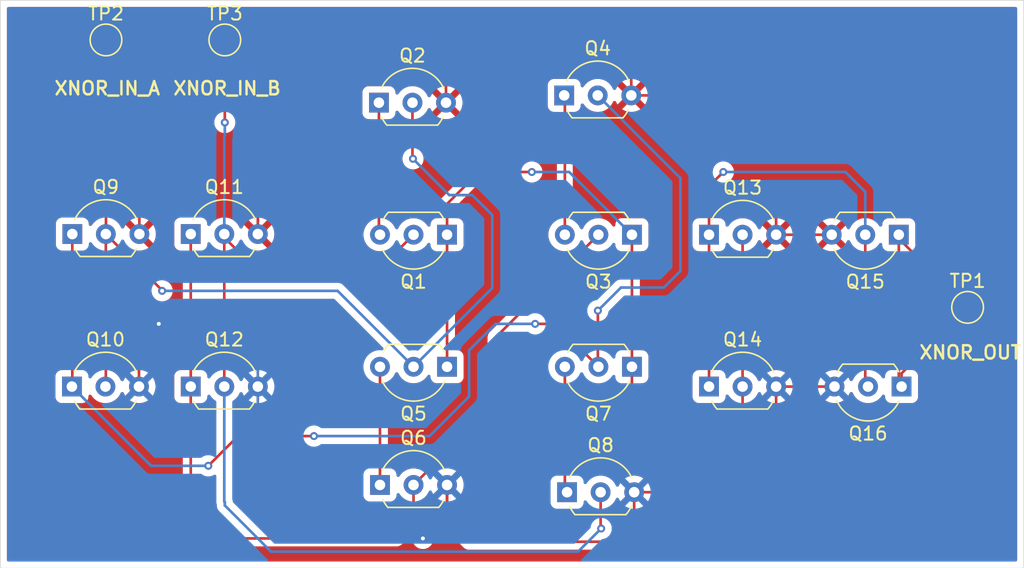
<source format=kicad_pcb>
(kicad_pcb (version 20241229) (generator "pcbnew") (generator_version "9.0")
  (layers (0 "F.Cu" signal) (2 "B.Cu" signal) (13 "F.Paste" user) (15 "B.Paste" user) (5 "F.SilkS" user "F.Silkscreen") (7 "B.SilkS" user "B.Silkscreen") (1 "F.Mask" user) (3 "B.Mask" user) (25 "Edge.Cuts" user))
  (net 0 "")
  (net 1 "Net-(Q1-S)")
  (net 2 "Net-(Q1-D)")
  (net 3 "/XNOR_IN_B")
  (net 4 "VCC")
  (net 5 "/XNOR_IN_A")
  (net 6 "Net-(Q11-D)")
  (net 7 "Net-(Q3-S)")
  (net 8 "Net-(Q10-D)")
  (net 9 "Net-(Q5-S)")
  (net 10 "GND")
  (net 11 "Net-(Q7-S)")
  (net 12 "Net-(Q13-D)")
  (net 13 "/XNOR_OUT")
  (footprint "TestPoint:TestPoint_Pad_D2.0mm" (layer "F.Cu") (at 107 43.25)
    (property "Reference" "TP3" (at 0 -1.998 0) (layer "F.SilkS"))
    (property "Value" "XNOR_IN_B")
    (fp_circle (center 0 0) (end 0 1.2) (stroke (width 0.12)) (fill no) (layer "F.SilkS"))
    (pad "1" smd circle (at 0 0) (size 2 2) (layers "F.Cu" "F.Mask") (net 3 "/XNOR_IN_B"))
  )
  (footprint "Package_TO_SOT_THT:TO-92L_Inline_Wide" (layer "F.Cu") (at 104.42 57.95)
    (property "Reference" "Q11" (at 2.54 -3.56 0) (layer "F.SilkS"))
    (property "Value" "PMOS")
    (fp_line (start 0.6 1.7) (end 4.45 1.7) (stroke (width 0.12)) (layer "F.SilkS"))
    (fp_arc (start 0.1836 -1.098807) (mid 1.143021 -2.192817) (end 2.54 -2.6) (stroke (width 0.12)) (layer "F.SilkS"))
    (fp_arc (start 0.6 1.7) (mid 0.389183 1.423933) (end 0.217369 1.122045) (stroke (width 0.12)) (layer "F.SilkS"))
    (fp_arc (start 2.54 -2.6) (mid 3.936979 -2.192818) (end 4.8964 -1.098807) (stroke (width 0.12)) (layer "F.SilkS"))
    (fp_arc (start 4.842383 1.112264) (mid 4.666594 1.419753) (end 4.45 1.7) (stroke (width 0.12)) (layer "F.SilkS"))
    (pad "1" thru_hole rect (at 0 0) (size 1.5 1.5) (drill 0.8) (layers "*.Cu" "*.Mask") (net 6 "Net-(Q11-D)"))
    (pad "2" thru_hole circle (at 2.54 0) (size 1.5 1.5) (drill 0.8) (layers "*.Cu" "*.Mask") (net 3 "/XNOR_IN_B"))
    (pad "3" thru_hole circle (at 5.08 0) (size 1.5 1.5) (drill 0.8) (layers "*.Cu" "*.Mask") (net 4 "VCC"))
  )
  (footprint "Package_TO_SOT_THT:TO-92L_Inline_Wide" (layer "F.Cu") (at 143.67 58)
    (property "Reference" "Q13" (at 2.54 -3.56 0) (layer "F.SilkS"))
    (property "Value" "PMOS")
    (fp_line (start 0.6 1.7) (end 4.45 1.7) (stroke (width 0.12)) (layer "F.SilkS"))
    (fp_arc (start 0.1836 -1.098807) (mid 1.143021 -2.192817) (end 2.54 -2.6) (stroke (width 0.12)) (layer "F.SilkS"))
    (fp_arc (start 0.6 1.7) (mid 0.389183 1.423933) (end 0.217369 1.122045) (stroke (width 0.12)) (layer "F.SilkS"))
    (fp_arc (start 2.54 -2.6) (mid 3.936979 -2.192818) (end 4.8964 -1.098807) (stroke (width 0.12)) (layer "F.SilkS"))
    (fp_arc (start 4.842383 1.112264) (mid 4.666594 1.419753) (end 4.45 1.7) (stroke (width 0.12)) (layer "F.SilkS"))
    (pad "1" thru_hole rect (at 0 0) (size 1.5 1.5) (drill 0.8) (layers "*.Cu" "*.Mask") (net 12 "Net-(Q13-D)"))
    (pad "2" thru_hole circle (at 2.54 0) (size 1.5 1.5) (drill 0.8) (layers "*.Cu" "*.Mask") (net 2 "Net-(Q1-D)"))
    (pad "3" thru_hole circle (at 5.08 0) (size 1.5 1.5) (drill 0.8) (layers "*.Cu" "*.Mask") (net 4 "VCC"))
  )
  (footprint "Package_TO_SOT_THT:TO-92L_Inline_Wide" (layer "F.Cu") (at 132.92 77.5)
    (property "Reference" "Q8" (at 2.54 -3.56 0) (layer "F.SilkS"))
    (property "Value" "NMOS")
    (fp_line (start 0.6 1.7) (end 4.45 1.7) (stroke (width 0.12)) (layer "F.SilkS"))
    (fp_arc (start 0.1836 -1.098807) (mid 1.143021 -2.192817) (end 2.54 -2.6) (stroke (width 0.12)) (layer "F.SilkS"))
    (fp_arc (start 0.6 1.7) (mid 0.389183 1.423933) (end 0.217369 1.122045) (stroke (width 0.12)) (layer "F.SilkS"))
    (fp_arc (start 2.54 -2.6) (mid 3.936979 -2.192818) (end 4.8964 -1.098807) (stroke (width 0.12)) (layer "F.SilkS"))
    (fp_arc (start 4.842383 1.112264) (mid 4.666594 1.419753) (end 4.45 1.7) (stroke (width 0.12)) (layer "F.SilkS"))
    (pad "1" thru_hole rect (at 0 0) (size 1.5 1.5) (drill 0.8) (layers "*.Cu" "*.Mask") (net 11 "Net-(Q7-S)"))
    (pad "2" thru_hole circle (at 2.54 0) (size 1.5 1.5) (drill 0.8) (layers "*.Cu" "*.Mask") (net 3 "/XNOR_IN_B"))
    (pad "3" thru_hole circle (at 5.08 0) (size 1.5 1.5) (drill 0.8) (layers "*.Cu" "*.Mask") (net 10 "GND"))
  )
  (footprint "Package_TO_SOT_THT:TO-92L_Inline_Wide" (layer "F.Cu") (at 95.42 69.5)
    (property "Reference" "Q10" (at 2.54 -3.56 0) (layer "F.SilkS"))
    (property "Value" "NMOS")
    (fp_line (start 0.6 1.7) (end 4.45 1.7) (stroke (width 0.12)) (layer "F.SilkS"))
    (fp_arc (start 0.1836 -1.098807) (mid 1.143021 -2.192817) (end 2.54 -2.6) (stroke (width 0.12)) (layer "F.SilkS"))
    (fp_arc (start 0.6 1.7) (mid 0.389183 1.423933) (end 0.217369 1.122045) (stroke (width 0.12)) (layer "F.SilkS"))
    (fp_arc (start 2.54 -2.6) (mid 3.936979 -2.192818) (end 4.8964 -1.098807) (stroke (width 0.12)) (layer "F.SilkS"))
    (fp_arc (start 4.842383 1.112264) (mid 4.666594 1.419753) (end 4.45 1.7) (stroke (width 0.12)) (layer "F.SilkS"))
    (pad "1" thru_hole rect (at 0 0) (size 1.5 1.5) (drill 0.8) (layers "*.Cu" "*.Mask") (net 8 "Net-(Q10-D)"))
    (pad "2" thru_hole circle (at 2.54 0) (size 1.5 1.5) (drill 0.8) (layers "*.Cu" "*.Mask") (net 5 "/XNOR_IN_A"))
    (pad "3" thru_hole circle (at 5.08 0) (size 1.5 1.5) (drill 0.8) (layers "*.Cu" "*.Mask") (net 10 "GND"))
  )
  (footprint "TestPoint:TestPoint_Pad_D2.0mm" (layer "F.Cu") (at 98 43.25)
    (property "Reference" "TP2" (at 0 -1.998 0) (layer "F.SilkS"))
    (property "Value" "XNOR_IN_A")
    (fp_circle (center 0 0) (end 0 1.2) (stroke (width 0.12)) (fill no) (layer "F.SilkS"))
    (pad "1" smd circle (at 0 0) (size 2 2) (layers "F.Cu" "F.Mask") (net 5 "/XNOR_IN_A"))
  )
  (footprint "Package_TO_SOT_THT:TO-92L_Inline_Wide" (layer "F.Cu") (at 132.7 47.45)
    (property "Reference" "Q4" (at 2.54 -3.56 0) (layer "F.SilkS"))
    (property "Value" "PMOS")
    (fp_line (start 0.6 1.7) (end 4.45 1.7) (stroke (width 0.12)) (layer "F.SilkS"))
    (fp_arc (start 0.1836 -1.098807) (mid 1.143021 -2.192817) (end 2.54 -2.6) (stroke (width 0.12)) (layer "F.SilkS"))
    (fp_arc (start 0.6 1.7) (mid 0.389183 1.423933) (end 0.217369 1.122045) (stroke (width 0.12)) (layer "F.SilkS"))
    (fp_arc (start 2.54 -2.6) (mid 3.936979 -2.192818) (end 4.8964 -1.098807) (stroke (width 0.12)) (layer "F.SilkS"))
    (fp_arc (start 4.842383 1.112264) (mid 4.666594 1.419753) (end 4.45 1.7) (stroke (width 0.12)) (layer "F.SilkS"))
    (pad "1" thru_hole rect (at 0 0) (size 1.5 1.5) (drill 0.8) (layers "*.Cu" "*.Mask") (net 7 "Net-(Q3-S)"))
    (pad "2" thru_hole circle (at 2.54 0) (size 1.5 1.5) (drill 0.8) (layers "*.Cu" "*.Mask") (net 8 "Net-(Q10-D)"))
    (pad "3" thru_hole circle (at 5.08 0) (size 1.5 1.5) (drill 0.8) (layers "*.Cu" "*.Mask") (net 4 "VCC"))
  )
  (footprint "Package_TO_SOT_THT:TO-92L_Inline_Wide" (layer "F.Cu") (at 158.25 69.5 180)
    (property "Reference" "Q16" (at 2.54 -3.56 0) (layer "F.SilkS"))
    (property "Value" "NMOS")
    (fp_line (start 0.6 1.7) (end 4.45 1.7) (stroke (width 0.12)) (layer "F.SilkS"))
    (fp_arc (start 4.842383 1.112264) (mid 4.666594 1.419753) (end 4.45 1.7) (stroke (width 0.12)) (layer "F.SilkS"))
    (fp_arc (start 2.54 -2.6) (mid 3.936979 -2.192818) (end 4.8964 -1.098807) (stroke (width 0.12)) (layer "F.SilkS"))
    (fp_arc (start 0.6 1.7) (mid 0.389183 1.423933) (end 0.217369 1.122045) (stroke (width 0.12)) (layer "F.SilkS"))
    (fp_arc (start 0.1836 -1.098807) (mid 1.143021 -2.192817) (end 2.54 -2.6) (stroke (width 0.12)) (layer "F.SilkS"))
    (pad "1" thru_hole rect (at 0 0 180) (size 1.5 1.5) (drill 0.8) (layers "*.Cu" "*.Mask") (net 13 "/XNOR_OUT"))
    (pad "2" thru_hole circle (at 2.54 0 180) (size 1.5 1.5) (drill 0.8) (layers "*.Cu" "*.Mask") (net 12 "Net-(Q13-D)"))
    (pad "3" thru_hole circle (at 5.08 0 180) (size 1.5 1.5) (drill 0.8) (layers "*.Cu" "*.Mask") (net 10 "GND"))
  )
  (footprint "Package_TO_SOT_THT:TO-92L_Inline_Wide" (layer "F.Cu") (at 137.83 58 180)
    (property "Reference" "Q3" (at 2.54 -3.56 0) (layer "F.SilkS"))
    (property "Value" "PMOS")
    (fp_line (start 0.6 1.7) (end 4.45 1.7) (stroke (width 0.12)) (layer "F.SilkS"))
    (fp_arc (start 4.842383 1.112264) (mid 4.666594 1.419753) (end 4.45 1.7) (stroke (width 0.12)) (layer "F.SilkS"))
    (fp_arc (start 2.54 -2.6) (mid 3.936979 -2.192818) (end 4.8964 -1.098807) (stroke (width 0.12)) (layer "F.SilkS"))
    (fp_arc (start 0.6 1.7) (mid 0.389183 1.423933) (end 0.217369 1.122045) (stroke (width 0.12)) (layer "F.SilkS"))
    (fp_arc (start 0.1836 -1.098807) (mid 1.143021 -2.192817) (end 2.54 -2.6) (stroke (width 0.12)) (layer "F.SilkS"))
    (pad "1" thru_hole rect (at 0 0 180) (size 1.5 1.5) (drill 0.8) (layers "*.Cu" "*.Mask") (net 2 "Net-(Q1-D)"))
    (pad "2" thru_hole circle (at 2.54 0 180) (size 1.5 1.5) (drill 0.8) (layers "*.Cu" "*.Mask") (net 6 "Net-(Q11-D)"))
    (pad "3" thru_hole circle (at 5.08 0 180) (size 1.5 1.5) (drill 0.8) (layers "*.Cu" "*.Mask") (net 7 "Net-(Q3-S)"))
  )
  (footprint "Package_TO_SOT_THT:TO-92L_Inline_Wide" (layer "F.Cu") (at 143.67 69.5)
    (property "Reference" "Q14" (at 2.54 -3.56 0) (layer "F.SilkS"))
    (property "Value" "NMOS")
    (fp_line (start 0.6 1.7) (end 4.45 1.7) (stroke (width 0.12)) (layer "F.SilkS"))
    (fp_arc (start 0.1836 -1.098807) (mid 1.143021 -2.192817) (end 2.54 -2.6) (stroke (width 0.12)) (layer "F.SilkS"))
    (fp_arc (start 0.6 1.7) (mid 0.389183 1.423933) (end 0.217369 1.122045) (stroke (width 0.12)) (layer "F.SilkS"))
    (fp_arc (start 2.54 -2.6) (mid 3.936979 -2.192818) (end 4.8964 -1.098807) (stroke (width 0.12)) (layer "F.SilkS"))
    (fp_arc (start 4.842383 1.112264) (mid 4.666594 1.419753) (end 4.45 1.7) (stroke (width 0.12)) (layer "F.SilkS"))
    (pad "1" thru_hole rect (at 0 0) (size 1.5 1.5) (drill 0.8) (layers "*.Cu" "*.Mask") (net 12 "Net-(Q13-D)"))
    (pad "2" thru_hole circle (at 2.54 0) (size 1.5 1.5) (drill 0.8) (layers "*.Cu" "*.Mask") (net 2 "Net-(Q1-D)"))
    (pad "3" thru_hole circle (at 5.08 0) (size 1.5 1.5) (drill 0.8) (layers "*.Cu" "*.Mask") (net 10 "GND"))
  )
  (footprint "TestPoint:TestPoint_Pad_D2.0mm" (layer "F.Cu") (at 163.25 63.5)
    (property "Reference" "TP1" (at 0 -1.998 0) (layer "F.SilkS"))
    (property "Value" "XNOR_OUT")
    (fp_circle (center 0 0) (end 0 1.2) (stroke (width 0.12)) (fill no) (layer "F.SilkS"))
    (pad "1" smd circle (at 0 0) (size 2 2) (layers "F.Cu" "F.Mask") (net 13 "/XNOR_OUT"))
  )
  (footprint "Package_TO_SOT_THT:TO-92L_Inline_Wide" (layer "F.Cu") (at 137.83 68 180)
    (property "Reference" "Q7" (at 2.54 -3.56 0) (layer "F.SilkS"))
    (property "Value" "NMOS")
    (fp_line (start 0.6 1.7) (end 4.45 1.7) (stroke (width 0.12)) (layer "F.SilkS"))
    (fp_arc (start 4.842383 1.112264) (mid 4.666594 1.419753) (end 4.45 1.7) (stroke (width 0.12)) (layer "F.SilkS"))
    (fp_arc (start 2.54 -2.6) (mid 3.936979 -2.192818) (end 4.8964 -1.098807) (stroke (width 0.12)) (layer "F.SilkS"))
    (fp_arc (start 0.6 1.7) (mid 0.389183 1.423933) (end 0.217369 1.122045) (stroke (width 0.12)) (layer "F.SilkS"))
    (fp_arc (start 0.1836 -1.098807) (mid 1.143021 -2.192817) (end 2.54 -2.6) (stroke (width 0.12)) (layer "F.SilkS"))
    (pad "1" thru_hole rect (at 0 0 180) (size 1.5 1.5) (drill 0.8) (layers "*.Cu" "*.Mask") (net 2 "Net-(Q1-D)"))
    (pad "2" thru_hole circle (at 2.54 0 180) (size 1.5 1.5) (drill 0.8) (layers "*.Cu" "*.Mask") (net 8 "Net-(Q10-D)"))
    (pad "3" thru_hole circle (at 5.08 0 180) (size 1.5 1.5) (drill 0.8) (layers "*.Cu" "*.Mask") (net 11 "Net-(Q7-S)"))
  )
  (footprint "Package_TO_SOT_THT:TO-92L_Inline_Wide" (layer "F.Cu") (at 123.83 58 180)
    (property "Reference" "Q1" (at 2.54 -3.56 0) (layer "F.SilkS"))
    (property "Value" "PMOS")
    (fp_line (start 0.6 1.7) (end 4.45 1.7) (stroke (width 0.12)) (layer "F.SilkS"))
    (fp_arc (start 4.842383 1.112264) (mid 4.666594 1.419753) (end 4.45 1.7) (stroke (width 0.12)) (layer "F.SilkS"))
    (fp_arc (start 2.54 -2.6) (mid 3.936979 -2.192818) (end 4.8964 -1.098807) (stroke (width 0.12)) (layer "F.SilkS"))
    (fp_arc (start 0.6 1.7) (mid 0.389183 1.423933) (end 0.217369 1.122045) (stroke (width 0.12)) (layer "F.SilkS"))
    (fp_arc (start 0.1836 -1.098807) (mid 1.143021 -2.192817) (end 2.54 -2.6) (stroke (width 0.12)) (layer "F.SilkS"))
    (pad "1" thru_hole rect (at 0 0 180) (size 1.5 1.5) (drill 0.8) (layers "*.Cu" "*.Mask") (net 2 "Net-(Q1-D)"))
    (pad "2" thru_hole circle (at 2.54 0 180) (size 1.5 1.5) (drill 0.8) (layers "*.Cu" "*.Mask") (net 3 "/XNOR_IN_B"))
    (pad "3" thru_hole circle (at 5.08 0 180) (size 1.5 1.5) (drill 0.8) (layers "*.Cu" "*.Mask") (net 1 "Net-(Q1-S)"))
  )
  (footprint "Package_TO_SOT_THT:TO-92L_Inline_Wide" (layer "F.Cu") (at 118.75 76.95)
    (property "Reference" "Q6" (at 2.54 -3.56 0) (layer "F.SilkS"))
    (property "Value" "NMOS")
    (fp_line (start 0.6 1.7) (end 4.45 1.7) (stroke (width 0.12)) (layer "F.SilkS"))
    (fp_arc (start 0.1836 -1.098807) (mid 1.143021 -2.192817) (end 2.54 -2.6) (stroke (width 0.12)) (layer "F.SilkS"))
    (fp_arc (start 0.6 1.7) (mid 0.389183 1.423933) (end 0.217369 1.122045) (stroke (width 0.12)) (layer "F.SilkS"))
    (fp_arc (start 2.54 -2.6) (mid 3.936979 -2.192818) (end 4.8964 -1.098807) (stroke (width 0.12)) (layer "F.SilkS"))
    (fp_arc (start 4.842383 1.112264) (mid 4.666594 1.419753) (end 4.45 1.7) (stroke (width 0.12)) (layer "F.SilkS"))
    (pad "1" thru_hole rect (at 0 0) (size 1.5 1.5) (drill 0.8) (layers "*.Cu" "*.Mask") (net 9 "Net-(Q5-S)"))
    (pad "2" thru_hole circle (at 2.54 0) (size 1.5 1.5) (drill 0.8) (layers "*.Cu" "*.Mask") (net 6 "Net-(Q11-D)"))
    (pad "3" thru_hole circle (at 5.08 0) (size 1.5 1.5) (drill 0.8) (layers "*.Cu" "*.Mask") (net 10 "GND"))
  )
  (footprint "Package_TO_SOT_THT:TO-92L_Inline_Wide" (layer "F.Cu") (at 104.42 69.5)
    (property "Reference" "Q12" (at 2.54 -3.56 0) (layer "F.SilkS"))
    (property "Value" "NMOS")
    (fp_line (start 0.6 1.7) (end 4.45 1.7) (stroke (width 0.12)) (layer "F.SilkS"))
    (fp_arc (start 0.1836 -1.098807) (mid 1.143021 -2.192817) (end 2.54 -2.6) (stroke (width 0.12)) (layer "F.SilkS"))
    (fp_arc (start 0.6 1.7) (mid 0.389183 1.423933) (end 0.217369 1.122045) (stroke (width 0.12)) (layer "F.SilkS"))
    (fp_arc (start 2.54 -2.6) (mid 3.936979 -2.192818) (end 4.8964 -1.098807) (stroke (width 0.12)) (layer "F.SilkS"))
    (fp_arc (start 4.842383 1.112264) (mid 4.666594 1.419753) (end 4.45 1.7) (stroke (width 0.12)) (layer "F.SilkS"))
    (pad "1" thru_hole rect (at 0 0) (size 1.5 1.5) (drill 0.8) (layers "*.Cu" "*.Mask") (net 6 "Net-(Q11-D)"))
    (pad "2" thru_hole circle (at 2.54 0) (size 1.5 1.5) (drill 0.8) (layers "*.Cu" "*.Mask") (net 3 "/XNOR_IN_B"))
    (pad "3" thru_hole circle (at 5.08 0) (size 1.5 1.5) (drill 0.8) (layers "*.Cu" "*.Mask") (net 10 "GND"))
  )
  (footprint "Package_TO_SOT_THT:TO-92L_Inline_Wide" (layer "F.Cu") (at 95.45 57.95)
    (property "Reference" "Q9" (at 2.54 -3.56 0) (layer "F.SilkS"))
    (property "Value" "PMOS")
    (fp_line (start 0.6 1.7) (end 4.45 1.7) (stroke (width 0.12)) (layer "F.SilkS"))
    (fp_arc (start 0.1836 -1.098807) (mid 1.143021 -2.192817) (end 2.54 -2.6) (stroke (width 0.12)) (layer "F.SilkS"))
    (fp_arc (start 0.6 1.7) (mid 0.389183 1.423933) (end 0.217369 1.122045) (stroke (width 0.12)) (layer "F.SilkS"))
    (fp_arc (start 2.54 -2.6) (mid 3.936979 -2.192818) (end 4.8964 -1.098807) (stroke (width 0.12)) (layer "F.SilkS"))
    (fp_arc (start 4.842383 1.112264) (mid 4.666594 1.419753) (end 4.45 1.7) (stroke (width 0.12)) (layer "F.SilkS"))
    (pad "1" thru_hole rect (at 0 0) (size 1.5 1.5) (drill 0.8) (layers "*.Cu" "*.Mask") (net 8 "Net-(Q10-D)"))
    (pad "2" thru_hole circle (at 2.54 0) (size 1.5 1.5) (drill 0.8) (layers "*.Cu" "*.Mask") (net 5 "/XNOR_IN_A"))
    (pad "3" thru_hole circle (at 5.08 0) (size 1.5 1.5) (drill 0.8) (layers "*.Cu" "*.Mask") (net 4 "VCC"))
  )
  (footprint "Package_TO_SOT_THT:TO-92L_Inline_Wide" (layer "F.Cu") (at 158.04 58 180)
    (property "Reference" "Q15" (at 2.54 -3.56 0) (layer "F.SilkS"))
    (property "Value" "PMOS")
    (fp_line (start 0.6 1.7) (end 4.45 1.7) (stroke (width 0.12)) (layer "F.SilkS"))
    (fp_arc (start 4.842383 1.112264) (mid 4.666594 1.419753) (end 4.45 1.7) (stroke (width 0.12)) (layer "F.SilkS"))
    (fp_arc (start 2.54 -2.6) (mid 3.936979 -2.192818) (end 4.8964 -1.098807) (stroke (width 0.12)) (layer "F.SilkS"))
    (fp_arc (start 0.6 1.7) (mid 0.389183 1.423933) (end 0.217369 1.122045) (stroke (width 0.12)) (layer "F.SilkS"))
    (fp_arc (start 0.1836 -1.098807) (mid 1.143021 -2.192817) (end 2.54 -2.6) (stroke (width 0.12)) (layer "F.SilkS"))
    (pad "1" thru_hole rect (at 0 0 180) (size 1.5 1.5) (drill 0.8) (layers "*.Cu" "*.Mask") (net 13 "/XNOR_OUT"))
    (pad "2" thru_hole circle (at 2.54 0 180) (size 1.5 1.5) (drill 0.8) (layers "*.Cu" "*.Mask") (net 12 "Net-(Q13-D)"))
    (pad "3" thru_hole circle (at 5.08 0 180) (size 1.5 1.5) (drill 0.8) (layers "*.Cu" "*.Mask") (net 4 "VCC"))
  )
  (footprint "Package_TO_SOT_THT:TO-92L_Inline_Wide" (layer "F.Cu") (at 123.83 68 180)
    (property "Reference" "Q5" (at 2.54 -3.56 0) (layer "F.SilkS"))
    (property "Value" "NMOS")
    (fp_line (start 0.6 1.7) (end 4.45 1.7) (stroke (width 0.12)) (layer "F.SilkS"))
    (fp_arc (start 4.842383 1.112264) (mid 4.666594 1.419753) (end 4.45 1.7) (stroke (width 0.12)) (layer "F.SilkS"))
    (fp_arc (start 2.54 -2.6) (mid 3.936979 -2.192818) (end 4.8964 -1.098807) (stroke (width 0.12)) (layer "F.SilkS"))
    (fp_arc (start 0.6 1.7) (mid 0.389183 1.423933) (end 0.217369 1.122045) (stroke (width 0.12)) (layer "F.SilkS"))
    (fp_arc (start 0.1836 -1.098807) (mid 1.143021 -2.192817) (end 2.54 -2.6) (stroke (width 0.12)) (layer "F.SilkS"))
    (pad "1" thru_hole rect (at 0 0 180) (size 1.5 1.5) (drill 0.8) (layers "*.Cu" "*.Mask") (net 2 "Net-(Q1-D)"))
    (pad "2" thru_hole circle (at 2.54 0 180) (size 1.5 1.5) (drill 0.8) (layers "*.Cu" "*.Mask") (net 5 "/XNOR_IN_A"))
    (pad "3" thru_hole circle (at 5.08 0 180) (size 1.5 1.5) (drill 0.8) (layers "*.Cu" "*.Mask") (net 9 "Net-(Q5-S)"))
  )
  (footprint "Package_TO_SOT_THT:TO-92L_Inline_Wide" (layer "F.Cu") (at 118.67 48)
    (property "Reference" "Q2" (at 2.54 -3.56 0) (layer "F.SilkS"))
    (property "Value" "PMOS")
    (fp_line (start 0.6 1.7) (end 4.45 1.7) (stroke (width 0.12)) (layer "F.SilkS"))
    (fp_arc (start 0.1836 -1.098807) (mid 1.143021 -2.192817) (end 2.54 -2.6) (stroke (width 0.12)) (layer "F.SilkS"))
    (fp_arc (start 0.6 1.7) (mid 0.389183 1.423933) (end 0.217369 1.122045) (stroke (width 0.12)) (layer "F.SilkS"))
    (fp_arc (start 2.54 -2.6) (mid 3.936979 -2.192818) (end 4.8964 -1.098807) (stroke (width 0.12)) (layer "F.SilkS"))
    (fp_arc (start 4.842383 1.112264) (mid 4.666594 1.419753) (end 4.45 1.7) (stroke (width 0.12)) (layer "F.SilkS"))
    (pad "1" thru_hole rect (at 0 0) (size 1.5 1.5) (drill 0.8) (layers "*.Cu" "*.Mask") (net 1 "Net-(Q1-S)"))
    (pad "2" thru_hole circle (at 2.54 0) (size 1.5 1.5) (drill 0.8) (layers "*.Cu" "*.Mask") (net 5 "/XNOR_IN_A"))
    (pad "3" thru_hole circle (at 5.08 0) (size 1.5 1.5) (drill 0.8) (layers "*.Cu" "*.Mask") (net 4 "VCC"))
  )
  (gr_rect (start 90 40.25) (end 167.5 83.25) (stroke (width 0.05)) (fill no) (layer "Edge.Cuts"))
  (gr_text "XNOR_IN_B" (at 103 47.5 0) (layer "F.SilkS") (effects (font (size 1 1) (thickness 0.1875)) (justify left bottom)))
  (gr_text "XNOR_OUT" (at 159.5 67.5 0) (layer "F.SilkS") (effects (font (size 1 1) (thickness 0.1875)) (justify left bottom)))
  (gr_text "XNOR_IN_A" (at 94 47.5 0) (layer "F.SilkS") (effects (font (size 1 1) (thickness 0.1875)) (justify left bottom)))
  (segment (start 118.67 57.92) (end 118.75 58) (width 0.2) (layer "F.Cu") (net 1))
  (segment (start 118.67 48) (end 118.67 57.92) (width 0.2) (layer "F.Cu") (net 1))
  (segment (start 146.21 71.54) (end 146.21 69.5) (width 0.2) (layer "F.Cu") (net 2))
  (segment (start 123.83 58) (end 123.83 68) (width 0.2) (layer "F.Cu") (net 2))
  (segment (start 144.75 73) (end 146.21 71.54) (width 0.2) (layer "F.Cu") (net 2))
  (segment (start 137.83 68) (end 137.83 71.08) (width 0.2) (layer "F.Cu") (net 2))
  (segment (start 139.75 73) (end 144.75 73) (width 0.2) (layer "F.Cu") (net 2))
  (segment (start 126.25 53.25) (end 130.25 53.25) (width 0.2) (layer "F.Cu") (net 2))
  (segment (start 146.21 58) (end 146.21 69.5) (width 0.2) (layer "F.Cu") (net 2))
  (segment (start 123.83 55.67) (end 126.25 53.25) (width 0.2) (layer "F.Cu") (net 2))
  (segment (start 137.83 71.08) (end 139.75 73) (width 0.2) (layer "F.Cu") (net 2))
  (segment (start 137.83 58) (end 137.83 68) (width 0.2) (layer "F.Cu") (net 2))
  (segment (start 123.83 58) (end 123.83 55.67) (width 0.2) (layer "F.Cu") (net 2))
  (via (at 130.25 53.25) (size 0.6) (drill 0.3) (layers "F.Cu" "B.Cu") (net 2))
  (segment (start 133.08 53.25) (end 137.83 58) (width 0.2) (layer "B.Cu") (net 2))
  (segment (start 130.25 53.25) (end 133.08 53.25) (width 0.2) (layer "B.Cu") (net 2))
  (segment (start 107 43.5) (end 106.75 43.25) (width 0.2) (layer "F.Cu") (net 3))
  (segment (start 118.29 61) (end 121.29 58) (width 0.2) (layer "F.Cu") (net 3))
  (segment (start 106.96 58.21) (end 109.75 61) (width 0.2) (layer "F.Cu") (net 3))
  (segment (start 135.46 80.21) (end 135.5 80.25) (width 0.2) (layer "F.Cu") (net 3))
  (segment (start 106.96 57.95) (end 106.96 58.21) (width 0.2) (layer "F.Cu") (net 3))
  (segment (start 135.46 77.5) (end 135.46 80.21) (width 0.2) (layer "F.Cu") (net 3))
  (segment (start 106.96 57.95) (end 106.96 69.5) (width 0.2) (layer "F.Cu") (net 3))
  (segment (start 109.75 61) (end 118.29 61) (width 0.2) (layer "F.Cu") (net 3))
  (segment (start 107 43.25) (end 107 49.5) (width 0.2) (layer "F.Cu") (net 3))
  (via (at 135.5 80.25) (size 0.6) (drill 0.3) (layers "F.Cu" "B.Cu") (net 3))
  (via (at 107 49.5) (size 0.6) (drill 0.3) (layers "F.Cu" "B.Cu") (net 3))
  (segment (start 106.96 78.21) (end 106.96 69.5) (width 0.2) (layer "B.Cu") (net 3))
  (segment (start 107 50.5) (end 106.96 50.54) (width 0.2) (layer "B.Cu") (net 3))
  (segment (start 107 78.25) (end 106.96 78.21) (width 0.2) (layer "B.Cu") (net 3))
  (segment (start 133.75 82) (end 110.5 82) (width 0.2) (layer "B.Cu") (net 3))
  (segment (start 107 49.5) (end 107 50.5) (width 0.2) (layer "B.Cu") (net 3))
  (segment (start 106.96 50.54) (end 106.96 57.95) (width 0.2) (layer "B.Cu") (net 3))
  (segment (start 110.5 82) (end 107 78.5) (width 0.2) (layer "B.Cu") (net 3))
  (segment (start 135.5 80.25) (end 133.75 82) (width 0.2) (layer "B.Cu") (net 3))
  (segment (start 107 78.5) (end 107 78.25) (width 0.2) (layer "B.Cu") (net 3))
  (segment (start 109.5 57) (end 109.5 50.5) (width 0.2) (layer "F.Cu") (net 4))
  (segment (start 123.75 45.5) (end 124.75 44.5) (width 0.2) (layer "F.Cu") (net 4))
  (segment (start 148.75 58) (end 152.71 58) (width 0.2) (layer "F.Cu") (net 4))
  (segment (start 148.75 54.25) (end 148.75 58) (width 0.2) (layer "F.Cu") (net 4))
  (segment (start 152.71 58) (end 152.96 58.25) (width 0.2) (layer "F.Cu") (net 4))
  (segment (start 100.53 55.22) (end 101.75 54) (width 0.2) (layer "F.Cu") (net 4))
  (segment (start 109.5 55) (end 109.5 57) (width 0.2) (layer "F.Cu") (net 4))
  (segment (start 137.78 45.28) (end 137.78 47.45) (width 0.2) (layer "F.Cu") (net 4))
  (segment (start 114.5 45.5) (end 123.75 45.5) (width 0.2) (layer "F.Cu") (net 4))
  (segment (start 101.75 54) (end 108.5 54) (width 0.2) (layer "F.Cu") (net 4))
  (segment (start 141.95 47.45) (end 148.75 54.25) (width 0.2) (layer "F.Cu") (net 4))
  (segment (start 100.53 57.95) (end 100.53 55.22) (width 0.2) (layer "F.Cu") (net 4))
  (segment (start 109.5 50.5) (end 114.5 45.5) (width 0.2) (layer "F.Cu") (net 4))
  (segment (start 124.75 44.5) (end 137 44.5) (width 0.2) (layer "F.Cu") (net 4))
  (segment (start 109.5 57) (end 109.5 57.95) (width 0.2) (layer "F.Cu") (net 4))
  (segment (start 108.5 54) (end 109.5 55) (width 0.2) (layer "F.Cu") (net 4))
  (segment (start 123.75 48) (end 123.75 45.5) (width 0.2) (layer "F.Cu") (net 4))
  (segment (start 137.78 47.45) (end 141.95 47.45) (width 0.2) (layer "F.Cu") (net 4))
  (segment (start 137 44.5) (end 137.78 45.28) (width 0.2) (layer "F.Cu") (net 4))
  (segment (start 121.21 48) (end 121.21 52.21) (width 0.2) (layer "F.Cu") (net 5))
  (segment (start 97.99 57.95) (end 97.99 69.47) (width 0.2) (layer "F.Cu") (net 5))
  (segment (start 98 43.25) (end 98 57.94) (width 0.2) (layer "F.Cu") (net 5))
  (segment (start 97.99 57.95) (end 102.25 62.21) (width 0.2) (layer "F.Cu") (net 5))
  (segment (start 97.99 69.47) (end 97.96 69.5) (width 0.2) (layer "F.Cu") (net 5))
  (segment (start 121.21 52.21) (end 121.25 52.25) (width 0.2) (layer "F.Cu") (net 5))
  (segment (start 98 57.94) (end 97.99 57.95) (width 0.2) (layer "F.Cu") (net 5))
  (segment (start 102.25 62.21) (end 102.25 62.25) (width 0.2) (layer "F.Cu") (net 5))
  (via (at 121.25 52.25) (size 0.6) (drill 0.3) (layers "F.Cu" "B.Cu") (net 5))
  (via (at 102.25 62.25) (size 0.6) (drill 0.3) (layers "F.Cu" "B.Cu") (net 5))
  (segment (start 125.75 55) (end 127.25 56.5) (width 0.2) (layer "B.Cu") (net 5))
  (segment (start 102.25 62.25) (end 115.54 62.25) (width 0.2) (layer "B.Cu") (net 5))
  (segment (start 124 55) (end 125.75 55) (width 0.2) (layer "B.Cu") (net 5))
  (segment (start 121.25 52.25) (end 124 55) (width 0.2) (layer "B.Cu") (net 5))
  (segment (start 127.25 56.5) (end 127.25 62.04) (width 0.2) (layer "B.Cu") (net 5))
  (segment (start 127.25 62.04) (end 121.29 68) (width 0.2) (layer "B.Cu") (net 5))
  (segment (start 115.54 62.25) (end 121.29 68) (width 0.2) (layer "B.Cu") (net 5))
  (segment (start 106.75 81) (end 104.42 78.67) (width 0.2) (layer "F.Cu") (net 6))
  (segment (start 121.29 79.71) (end 120 81) (width 0.2) (layer "F.Cu") (net 6))
  (segment (start 121.29 76.95) (end 121.29 79.71) (width 0.2) (layer "F.Cu") (net 6))
  (segment (start 127.5 65.79) (end 135.29 58) (width 0.2) (layer "F.Cu") (net 6))
  (segment (start 127.5 70.74) (end 127.5 65.79) (width 0.2) (layer "F.Cu") (net 6))
  (segment (start 120 81) (end 106.75 81) (width 0.2) (layer "F.Cu") (net 6))
  (segment (start 104.42 69.5) (end 104.42 57.95) (width 0.2) (layer "F.Cu") (net 6))
  (segment (start 104.42 78.67) (end 104.42 69.5) (width 0.2) (layer "F.Cu") (net 6))
  (segment (start 121.29 76.95) (end 127.5 70.74) (width 0.2) (layer "F.Cu") (net 6))
  (segment (start 132.75 47.75) (end 132.75 58) (width 0.2) (layer "F.Cu") (net 7))
  (segment (start 132.7 47.45) (end 132.7 47.7) (width 0.2) (layer "F.Cu") (net 7))
  (segment (start 132.7 47.7) (end 132.75 47.75) (width 0.2) (layer "F.Cu") (net 7))
  (segment (start 95.45 69.47) (end 95.42 69.5) (width 0.2) (layer "F.Cu") (net 8))
  (segment (start 113.75 73.25) (end 108 73.25) (width 0.2) (layer "F.Cu") (net 8))
  (segment (start 132.04 64.75) (end 130.5 64.75) (width 0.2) (layer "F.Cu") (net 8))
  (segment (start 135.25 67.96) (end 135.25 63.75) (width 0.2) (layer "F.Cu") (net 8))
  (segment (start 108 73.25) (end 105.75 75.5) (width 0.2) (layer "F.Cu") (net 8))
  (segment (start 135.29 68) (end 132.04 64.75) (width 0.2) (layer "F.Cu") (net 8))
  (segment (start 135.29 68) (end 135.25 67.96) (width 0.2) (layer "F.Cu") (net 8))
  (segment (start 95.45 57.95) (end 95.45 69.47) (width 0.2) (layer "F.Cu") (net 8))
  (via (at 113.75 73.25) (size 0.6) (drill 0.3) (layers "F.Cu" "B.Cu") (net 8))
  (via (at 135.25 63.75) (size 0.6) (drill 0.3) (layers "F.Cu" "B.Cu") (net 8))
  (via (at 130.5 64.75) (size 0.6) (drill 0.3) (layers "F.Cu" "B.Cu") (net 8))
  (via (at 105.75 75.5) (size 0.6) (drill 0.3) (layers "F.Cu" "B.Cu") (net 8))
  (segment (start 140.25 62) (end 141.5 60.75) (width 0.2) (layer "B.Cu") (net 8))
  (segment (start 137 62) (end 140.25 62) (width 0.2) (layer "B.Cu") (net 8))
  (segment (start 101.42 75.5) (end 95.42 69.5) (width 0.2) (layer "B.Cu") (net 8))
  (segment (start 125.5 66.75) (end 125.5 70.25) (width 0.2) (layer "B.Cu") (net 8))
  (segment (start 130.5 64.75) (end 127.5 64.75) (width 0.2) (layer "B.Cu") (net 8))
  (segment (start 105.75 75.5) (end 101.42 75.5) (width 0.2) (layer "B.Cu") (net 8))
  (segment (start 141.5 60.75) (end 141.5 53.71) (width 0.2) (layer "B.Cu") (net 8))
  (segment (start 126.25 66) (end 125.5 66.75) (width 0.2) (layer "B.Cu") (net 8))
  (segment (start 135.25 63.75) (end 137 62) (width 0.2) (layer "B.Cu") (net 8))
  (segment (start 141.5 53.71) (end 135.24 47.45) (width 0.2) (layer "B.Cu") (net 8))
  (segment (start 122.5 73.25) (end 113.75 73.25) (width 0.2) (layer "B.Cu") (net 8))
  (segment (start 127.5 64.75) (end 126.25 66) (width 0.2) (layer "B.Cu") (net 8))
  (segment (start 125.5 70.25) (end 122.5 73.25) (width 0.2) (layer "B.Cu") (net 8))
  (segment (start 118.75 76.95) (end 118.75 68) (width 0.2) (layer "F.Cu") (net 9))
  (segment (start 100.5 66.25) (end 101 65.75) (width 0.2) (layer "F.Cu") (net 10))
  (segment (start 123.83 76.95) (end 123.83 79.58) (width 0.2) (layer "F.Cu") (net 10))
  (segment (start 123.83 79.17) (end 122 81) (width 0.2) (layer "F.Cu") (net 10))
  (segment (start 148.75 69.5) (end 153.17 69.5) (width 0.2) (layer "F.Cu") (net 10))
  (segment (start 125.5 81.25) (end 136 81.25) (width 0.2) (layer "F.Cu") (net 10))
  (segment (start 142.75 77.5) (end 138.33 77.5) (width 0.2) (layer "F.Cu") (net 10))
  (segment (start 146.5 73.75) (end 142.75 77.5) (width 0.2) (layer "F.Cu") (net 10))
  (segment (start 136 81.25) (end 138 79.25) (width 0.2) (layer "F.Cu") (net 10))
  (segment (start 101 65.75) (end 102 64.75) (width 0.2) (layer "F.Cu") (net 10))
  (segment (start 123.83 76.95) (end 123.83 79.17) (width 0.2) (layer "F.Cu") (net 10))
  (segment (start 148.75 71.5) (end 146.5 73.75) (width 0.2) (layer "F.Cu") (net 10))
  (segment (start 123.83 79.58) (end 125.5 81.25) (width 0.2) (layer "F.Cu") (net 10))
  (segment (start 148.75 69.5) (end 148.75 71.5) (width 0.2) (layer "F.Cu") (net 10))
  (segment (start 100.5 69.5) (end 100.5 66.25) (width 0.2) (layer "F.Cu") (net 10))
  (segment (start 138 79.25) (end 138 77.5) (width 0.2) (layer "F.Cu") (net 10))
  (via (at 102 64.75) (size 0.6) (drill 0.3) (layers "F.Cu" "B.Cu") (net 10))
  (via (at 122 81) (size 0.6) (drill 0.3) (layers "F.Cu" "B.Cu") (net 10))
  (segment (start 109.5 73.25) (end 109.5 69.5) (width 0.2) (layer "B.Cu") (net 10))
  (segment (start 117.25 81) (end 109.5 73.25) (width 0.2) (layer "B.Cu") (net 10))
  (segment (start 102 64.75) (end 106 64.75) (width 0.2) (layer "B.Cu") (net 10))
  (segment (start 109.5 68.25) (end 109.5 69.5) (width 0.2) (layer "B.Cu") (net 10))
  (segment (start 106 64.75) (end 109.5 68.25) (width 0.2) (layer "B.Cu") (net 10))
  (segment (start 122 81) (end 117.25 81) (width 0.2) (layer "B.Cu") (net 10))
  (segment (start 132.75 68) (end 132.75 77) (width 0.2) (layer "F.Cu") (net 11))
  (segment (start 132.75 77) (end 133.25 77.5) (width 0.2) (layer "F.Cu") (net 11))
  (segment (start 132.7 76.95) (end 132.75 77) (width 0.2) (layer "F.Cu") (net 11))
  (segment (start 143.67 58) (end 143.67 69.5) (width 0.2) (layer "F.Cu") (net 12))
  (segment (start 143.67 54.33) (end 144.75 53.25) (width 0.2) (layer "F.Cu") (net 12))
  (segment (start 155.5 58) (end 155.5 69.29) (width 0.2) (layer "F.Cu") (net 12))
  (segment (start 143.67 58) (end 143.67 54.33) (width 0.2) (layer "F.Cu") (net 12))
  (segment (start 155.5 69.29) (end 155.71 69.5) (width 0.2) (layer "F.Cu") (net 12))
  (via (at 144.75 53.25) (size 0.6) (drill 0.3) (layers "F.Cu" "B.Cu") (net 12))
  (segment (start 144.75 53.25) (end 154 53.25) (width 0.2) (layer "B.Cu") (net 12))
  (segment (start 154 53.25) (end 155.5 54.75) (width 0.2) (layer "B.Cu") (net 12))
  (segment (start 155.5 54.75) (end 155.5 58) (width 0.2) (layer "B.Cu") (net 12))
  (segment (start 158.04 58.29) (end 158.04 58) (width 0.2) (layer "F.Cu") (net 13))
  (segment (start 158.25 68.5) (end 163.25 63.5) (width 0.2) (layer "F.Cu") (net 13))
  (segment (start 158.25 69.5) (end 158.25 68.5) (width 0.2) (layer "F.Cu") (net 13))
  (segment (start 158.04 58) (end 158.04 69.29) (width 0.2) (layer "F.Cu") (net 13))
  (segment (start 163.25 63.5) (end 158.04 58.29) (width 0.2) (layer "F.Cu") (net 13))
  (zone (net 4) (net_name "VCC") (layer "F.Cu") (connect_pads (clearance 0.5)) (min_thickness 0.25) (fill yes (thermal_gap 0.5) (thermal_bridge_width 0.5))
    (polygon (pts (xy 90 40.25) (xy 167.5 40.25) (xy 167.5 83.25) (xy 90 83.25)))
  )
  (zone (net 10) (net_name "GND") (layer "B.Cu") (priority 1) (connect_pads (clearance 0.5)) (min_thickness 0.25) (fill yes (thermal_gap 0.5) (thermal_bridge_width 0.5))
    (polygon (pts (xy 90 40.25) (xy 167.5 40.25) (xy 167.5 83.25) (xy 90 83.25)))
  )
)
</source>
